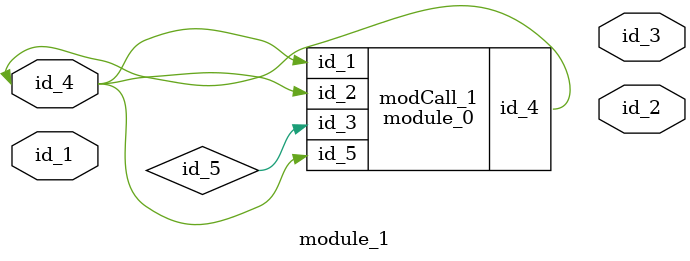
<source format=v>
module module_0 (
    id_1,
    id_2,
    id_3,
    id_4,
    id_5
);
  input wire id_5;
  output wire id_4;
  input wire id_3;
  input wire id_2;
  input wire id_1;
  assign id_4 = 1 ? 1 : {1'b0, id_1};
  assign id_4 = 1 || 1'b0;
endmodule
module module_1 (
    id_1,
    id_2,
    id_3,
    id_4
);
  inout wire id_4;
  output wire id_3;
  output wire id_2;
  input wire id_1;
  wire id_5;
  module_0 modCall_1 (
      id_4,
      id_4,
      id_5,
      id_4,
      id_4
  );
endmodule

</source>
